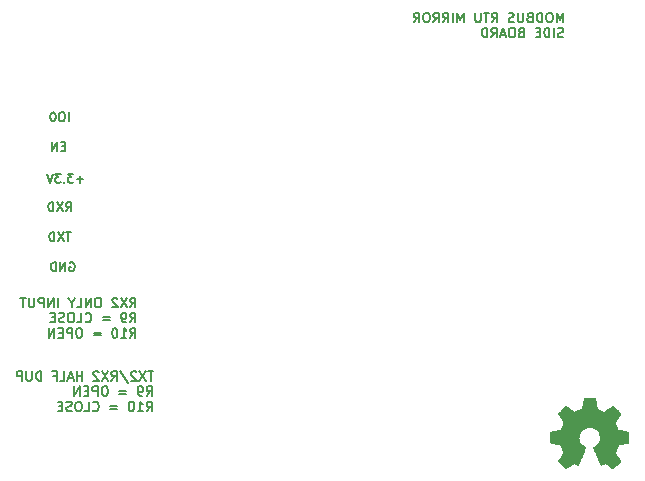
<source format=gbr>
%TF.GenerationSoftware,KiCad,Pcbnew,6.0.11-2627ca5db0~126~ubuntu20.04.1*%
%TF.CreationDate,2024-10-06T15:46:28-05:00*%
%TF.ProjectId,modbus_rtu_mirror_side_88x37x59mm,6d6f6462-7573-45f7-9274-755f6d697272,rev?*%
%TF.SameCoordinates,Original*%
%TF.FileFunction,Legend,Bot*%
%TF.FilePolarity,Positive*%
%FSLAX46Y46*%
G04 Gerber Fmt 4.6, Leading zero omitted, Abs format (unit mm)*
G04 Created by KiCad (PCBNEW 6.0.11-2627ca5db0~126~ubuntu20.04.1) date 2024-10-06 15:46:28*
%MOMM*%
%LPD*%
G01*
G04 APERTURE LIST*
%ADD10C,0.200000*%
%ADD11C,0.187500*%
%ADD12C,0.010000*%
G04 APERTURE END LIST*
D10*
X109712380Y-125565904D02*
X109979047Y-125184952D01*
X110169523Y-125565904D02*
X110169523Y-124765904D01*
X109864761Y-124765904D01*
X109788571Y-124804000D01*
X109750476Y-124842095D01*
X109712380Y-124918285D01*
X109712380Y-125032571D01*
X109750476Y-125108761D01*
X109788571Y-125146857D01*
X109864761Y-125184952D01*
X110169523Y-125184952D01*
X109445714Y-124765904D02*
X108912380Y-125565904D01*
X108912380Y-124765904D02*
X109445714Y-125565904D01*
X108645714Y-124842095D02*
X108607619Y-124804000D01*
X108531428Y-124765904D01*
X108340952Y-124765904D01*
X108264761Y-124804000D01*
X108226666Y-124842095D01*
X108188571Y-124918285D01*
X108188571Y-124994476D01*
X108226666Y-125108761D01*
X108683809Y-125565904D01*
X108188571Y-125565904D01*
X107083809Y-124765904D02*
X106931428Y-124765904D01*
X106855238Y-124804000D01*
X106779047Y-124880190D01*
X106740952Y-125032571D01*
X106740952Y-125299238D01*
X106779047Y-125451619D01*
X106855238Y-125527809D01*
X106931428Y-125565904D01*
X107083809Y-125565904D01*
X107160000Y-125527809D01*
X107236190Y-125451619D01*
X107274285Y-125299238D01*
X107274285Y-125032571D01*
X107236190Y-124880190D01*
X107160000Y-124804000D01*
X107083809Y-124765904D01*
X106398095Y-125565904D02*
X106398095Y-124765904D01*
X105940952Y-125565904D01*
X105940952Y-124765904D01*
X105179047Y-125565904D02*
X105560000Y-125565904D01*
X105560000Y-124765904D01*
X104760000Y-125184952D02*
X104760000Y-125565904D01*
X105026666Y-124765904D02*
X104760000Y-125184952D01*
X104493333Y-124765904D01*
X103617142Y-125565904D02*
X103617142Y-124765904D01*
X103236190Y-125565904D02*
X103236190Y-124765904D01*
X102779047Y-125565904D01*
X102779047Y-124765904D01*
X102398095Y-125565904D02*
X102398095Y-124765904D01*
X102093333Y-124765904D01*
X102017142Y-124804000D01*
X101979047Y-124842095D01*
X101940952Y-124918285D01*
X101940952Y-125032571D01*
X101979047Y-125108761D01*
X102017142Y-125146857D01*
X102093333Y-125184952D01*
X102398095Y-125184952D01*
X101598095Y-124765904D02*
X101598095Y-125413523D01*
X101560000Y-125489714D01*
X101521904Y-125527809D01*
X101445714Y-125565904D01*
X101293333Y-125565904D01*
X101217142Y-125527809D01*
X101179047Y-125489714D01*
X101140952Y-125413523D01*
X101140952Y-124765904D01*
X100874285Y-124765904D02*
X100417142Y-124765904D01*
X100645714Y-125565904D02*
X100645714Y-124765904D01*
X109712380Y-126853904D02*
X109979047Y-126472952D01*
X110169523Y-126853904D02*
X110169523Y-126053904D01*
X109864761Y-126053904D01*
X109788571Y-126092000D01*
X109750476Y-126130095D01*
X109712380Y-126206285D01*
X109712380Y-126320571D01*
X109750476Y-126396761D01*
X109788571Y-126434857D01*
X109864761Y-126472952D01*
X110169523Y-126472952D01*
X109331428Y-126853904D02*
X109179047Y-126853904D01*
X109102857Y-126815809D01*
X109064761Y-126777714D01*
X108988571Y-126663428D01*
X108950476Y-126511047D01*
X108950476Y-126206285D01*
X108988571Y-126130095D01*
X109026666Y-126092000D01*
X109102857Y-126053904D01*
X109255238Y-126053904D01*
X109331428Y-126092000D01*
X109369523Y-126130095D01*
X109407619Y-126206285D01*
X109407619Y-126396761D01*
X109369523Y-126472952D01*
X109331428Y-126511047D01*
X109255238Y-126549142D01*
X109102857Y-126549142D01*
X109026666Y-126511047D01*
X108988571Y-126472952D01*
X108950476Y-126396761D01*
X107998095Y-126434857D02*
X107388571Y-126434857D01*
X107388571Y-126663428D02*
X107998095Y-126663428D01*
X105940952Y-126777714D02*
X105979047Y-126815809D01*
X106093333Y-126853904D01*
X106169523Y-126853904D01*
X106283809Y-126815809D01*
X106360000Y-126739619D01*
X106398095Y-126663428D01*
X106436190Y-126511047D01*
X106436190Y-126396761D01*
X106398095Y-126244380D01*
X106360000Y-126168190D01*
X106283809Y-126092000D01*
X106169523Y-126053904D01*
X106093333Y-126053904D01*
X105979047Y-126092000D01*
X105940952Y-126130095D01*
X105217142Y-126853904D02*
X105598095Y-126853904D01*
X105598095Y-126053904D01*
X104798095Y-126053904D02*
X104645714Y-126053904D01*
X104569523Y-126092000D01*
X104493333Y-126168190D01*
X104455238Y-126320571D01*
X104455238Y-126587238D01*
X104493333Y-126739619D01*
X104569523Y-126815809D01*
X104645714Y-126853904D01*
X104798095Y-126853904D01*
X104874285Y-126815809D01*
X104950476Y-126739619D01*
X104988571Y-126587238D01*
X104988571Y-126320571D01*
X104950476Y-126168190D01*
X104874285Y-126092000D01*
X104798095Y-126053904D01*
X104150476Y-126815809D02*
X104036190Y-126853904D01*
X103845714Y-126853904D01*
X103769523Y-126815809D01*
X103731428Y-126777714D01*
X103693333Y-126701523D01*
X103693333Y-126625333D01*
X103731428Y-126549142D01*
X103769523Y-126511047D01*
X103845714Y-126472952D01*
X103998095Y-126434857D01*
X104074285Y-126396761D01*
X104112380Y-126358666D01*
X104150476Y-126282476D01*
X104150476Y-126206285D01*
X104112380Y-126130095D01*
X104074285Y-126092000D01*
X103998095Y-126053904D01*
X103807619Y-126053904D01*
X103693333Y-126092000D01*
X103350476Y-126434857D02*
X103083809Y-126434857D01*
X102969523Y-126853904D02*
X103350476Y-126853904D01*
X103350476Y-126053904D01*
X102969523Y-126053904D01*
X109712380Y-128141904D02*
X109979047Y-127760952D01*
X110169523Y-128141904D02*
X110169523Y-127341904D01*
X109864761Y-127341904D01*
X109788571Y-127380000D01*
X109750476Y-127418095D01*
X109712380Y-127494285D01*
X109712380Y-127608571D01*
X109750476Y-127684761D01*
X109788571Y-127722857D01*
X109864761Y-127760952D01*
X110169523Y-127760952D01*
X108950476Y-128141904D02*
X109407619Y-128141904D01*
X109179047Y-128141904D02*
X109179047Y-127341904D01*
X109255238Y-127456190D01*
X109331428Y-127532380D01*
X109407619Y-127570476D01*
X108455238Y-127341904D02*
X108379047Y-127341904D01*
X108302857Y-127380000D01*
X108264761Y-127418095D01*
X108226666Y-127494285D01*
X108188571Y-127646666D01*
X108188571Y-127837142D01*
X108226666Y-127989523D01*
X108264761Y-128065714D01*
X108302857Y-128103809D01*
X108379047Y-128141904D01*
X108455238Y-128141904D01*
X108531428Y-128103809D01*
X108569523Y-128065714D01*
X108607619Y-127989523D01*
X108645714Y-127837142D01*
X108645714Y-127646666D01*
X108607619Y-127494285D01*
X108569523Y-127418095D01*
X108531428Y-127380000D01*
X108455238Y-127341904D01*
X107236190Y-127722857D02*
X106626666Y-127722857D01*
X106626666Y-127951428D02*
X107236190Y-127951428D01*
X105483809Y-127341904D02*
X105331428Y-127341904D01*
X105255238Y-127380000D01*
X105179047Y-127456190D01*
X105140952Y-127608571D01*
X105140952Y-127875238D01*
X105179047Y-128027619D01*
X105255238Y-128103809D01*
X105331428Y-128141904D01*
X105483809Y-128141904D01*
X105560000Y-128103809D01*
X105636190Y-128027619D01*
X105674285Y-127875238D01*
X105674285Y-127608571D01*
X105636190Y-127456190D01*
X105560000Y-127380000D01*
X105483809Y-127341904D01*
X104798095Y-128141904D02*
X104798095Y-127341904D01*
X104493333Y-127341904D01*
X104417142Y-127380000D01*
X104379047Y-127418095D01*
X104340952Y-127494285D01*
X104340952Y-127608571D01*
X104379047Y-127684761D01*
X104417142Y-127722857D01*
X104493333Y-127760952D01*
X104798095Y-127760952D01*
X103998095Y-127722857D02*
X103731428Y-127722857D01*
X103617142Y-128141904D02*
X103998095Y-128141904D01*
X103998095Y-127341904D01*
X103617142Y-127341904D01*
X103274285Y-128141904D02*
X103274285Y-127341904D01*
X102817142Y-128141904D01*
X102817142Y-127341904D01*
D11*
X104259000Y-117433285D02*
X104509000Y-117076142D01*
X104687571Y-117433285D02*
X104687571Y-116683285D01*
X104401857Y-116683285D01*
X104330428Y-116719000D01*
X104294714Y-116754714D01*
X104259000Y-116826142D01*
X104259000Y-116933285D01*
X104294714Y-117004714D01*
X104330428Y-117040428D01*
X104401857Y-117076142D01*
X104687571Y-117076142D01*
X104009000Y-116683285D02*
X103509000Y-117433285D01*
X103509000Y-116683285D02*
X104009000Y-117433285D01*
X103223285Y-117433285D02*
X103223285Y-116683285D01*
X103044714Y-116683285D01*
X102937571Y-116719000D01*
X102866142Y-116790428D01*
X102830428Y-116861857D01*
X102794714Y-117004714D01*
X102794714Y-117111857D01*
X102830428Y-117254714D01*
X102866142Y-117326142D01*
X102937571Y-117397571D01*
X103044714Y-117433285D01*
X103223285Y-117433285D01*
D10*
X111680809Y-130988904D02*
X111223666Y-130988904D01*
X111452238Y-131788904D02*
X111452238Y-130988904D01*
X111033190Y-130988904D02*
X110499857Y-131788904D01*
X110499857Y-130988904D02*
X111033190Y-131788904D01*
X110233190Y-131065095D02*
X110195095Y-131027000D01*
X110118904Y-130988904D01*
X109928428Y-130988904D01*
X109852238Y-131027000D01*
X109814142Y-131065095D01*
X109776047Y-131141285D01*
X109776047Y-131217476D01*
X109814142Y-131331761D01*
X110271285Y-131788904D01*
X109776047Y-131788904D01*
X108861761Y-130950809D02*
X109547476Y-131979380D01*
X108137952Y-131788904D02*
X108404619Y-131407952D01*
X108595095Y-131788904D02*
X108595095Y-130988904D01*
X108290333Y-130988904D01*
X108214142Y-131027000D01*
X108176047Y-131065095D01*
X108137952Y-131141285D01*
X108137952Y-131255571D01*
X108176047Y-131331761D01*
X108214142Y-131369857D01*
X108290333Y-131407952D01*
X108595095Y-131407952D01*
X107871285Y-130988904D02*
X107337952Y-131788904D01*
X107337952Y-130988904D02*
X107871285Y-131788904D01*
X107071285Y-131065095D02*
X107033190Y-131027000D01*
X106957000Y-130988904D01*
X106766523Y-130988904D01*
X106690333Y-131027000D01*
X106652238Y-131065095D01*
X106614142Y-131141285D01*
X106614142Y-131217476D01*
X106652238Y-131331761D01*
X107109380Y-131788904D01*
X106614142Y-131788904D01*
X105661761Y-131788904D02*
X105661761Y-130988904D01*
X105661761Y-131369857D02*
X105204619Y-131369857D01*
X105204619Y-131788904D02*
X105204619Y-130988904D01*
X104861761Y-131560333D02*
X104480809Y-131560333D01*
X104937952Y-131788904D02*
X104671285Y-130988904D01*
X104404619Y-131788904D01*
X103757000Y-131788904D02*
X104137952Y-131788904D01*
X104137952Y-130988904D01*
X103223666Y-131369857D02*
X103490333Y-131369857D01*
X103490333Y-131788904D02*
X103490333Y-130988904D01*
X103109380Y-130988904D01*
X102195095Y-131788904D02*
X102195095Y-130988904D01*
X102004619Y-130988904D01*
X101890333Y-131027000D01*
X101814142Y-131103190D01*
X101776047Y-131179380D01*
X101737952Y-131331761D01*
X101737952Y-131446047D01*
X101776047Y-131598428D01*
X101814142Y-131674619D01*
X101890333Y-131750809D01*
X102004619Y-131788904D01*
X102195095Y-131788904D01*
X101395095Y-130988904D02*
X101395095Y-131636523D01*
X101357000Y-131712714D01*
X101318904Y-131750809D01*
X101242714Y-131788904D01*
X101090333Y-131788904D01*
X101014142Y-131750809D01*
X100976047Y-131712714D01*
X100937952Y-131636523D01*
X100937952Y-130988904D01*
X100557000Y-131788904D02*
X100557000Y-130988904D01*
X100252238Y-130988904D01*
X100176047Y-131027000D01*
X100137952Y-131065095D01*
X100099857Y-131141285D01*
X100099857Y-131255571D01*
X100137952Y-131331761D01*
X100176047Y-131369857D01*
X100252238Y-131407952D01*
X100557000Y-131407952D01*
X111109380Y-133076904D02*
X111376047Y-132695952D01*
X111566523Y-133076904D02*
X111566523Y-132276904D01*
X111261761Y-132276904D01*
X111185571Y-132315000D01*
X111147476Y-132353095D01*
X111109380Y-132429285D01*
X111109380Y-132543571D01*
X111147476Y-132619761D01*
X111185571Y-132657857D01*
X111261761Y-132695952D01*
X111566523Y-132695952D01*
X110728428Y-133076904D02*
X110576047Y-133076904D01*
X110499857Y-133038809D01*
X110461761Y-133000714D01*
X110385571Y-132886428D01*
X110347476Y-132734047D01*
X110347476Y-132429285D01*
X110385571Y-132353095D01*
X110423666Y-132315000D01*
X110499857Y-132276904D01*
X110652238Y-132276904D01*
X110728428Y-132315000D01*
X110766523Y-132353095D01*
X110804619Y-132429285D01*
X110804619Y-132619761D01*
X110766523Y-132695952D01*
X110728428Y-132734047D01*
X110652238Y-132772142D01*
X110499857Y-132772142D01*
X110423666Y-132734047D01*
X110385571Y-132695952D01*
X110347476Y-132619761D01*
X109395095Y-132657857D02*
X108785571Y-132657857D01*
X108785571Y-132886428D02*
X109395095Y-132886428D01*
X107642714Y-132276904D02*
X107490333Y-132276904D01*
X107414142Y-132315000D01*
X107337952Y-132391190D01*
X107299857Y-132543571D01*
X107299857Y-132810238D01*
X107337952Y-132962619D01*
X107414142Y-133038809D01*
X107490333Y-133076904D01*
X107642714Y-133076904D01*
X107718904Y-133038809D01*
X107795095Y-132962619D01*
X107833190Y-132810238D01*
X107833190Y-132543571D01*
X107795095Y-132391190D01*
X107718904Y-132315000D01*
X107642714Y-132276904D01*
X106957000Y-133076904D02*
X106957000Y-132276904D01*
X106652238Y-132276904D01*
X106576047Y-132315000D01*
X106537952Y-132353095D01*
X106499857Y-132429285D01*
X106499857Y-132543571D01*
X106537952Y-132619761D01*
X106576047Y-132657857D01*
X106652238Y-132695952D01*
X106957000Y-132695952D01*
X106157000Y-132657857D02*
X105890333Y-132657857D01*
X105776047Y-133076904D02*
X106157000Y-133076904D01*
X106157000Y-132276904D01*
X105776047Y-132276904D01*
X105433190Y-133076904D02*
X105433190Y-132276904D01*
X104976047Y-133076904D01*
X104976047Y-132276904D01*
X111109380Y-134364904D02*
X111376047Y-133983952D01*
X111566523Y-134364904D02*
X111566523Y-133564904D01*
X111261761Y-133564904D01*
X111185571Y-133603000D01*
X111147476Y-133641095D01*
X111109380Y-133717285D01*
X111109380Y-133831571D01*
X111147476Y-133907761D01*
X111185571Y-133945857D01*
X111261761Y-133983952D01*
X111566523Y-133983952D01*
X110347476Y-134364904D02*
X110804619Y-134364904D01*
X110576047Y-134364904D02*
X110576047Y-133564904D01*
X110652238Y-133679190D01*
X110728428Y-133755380D01*
X110804619Y-133793476D01*
X109852238Y-133564904D02*
X109776047Y-133564904D01*
X109699857Y-133603000D01*
X109661761Y-133641095D01*
X109623666Y-133717285D01*
X109585571Y-133869666D01*
X109585571Y-134060142D01*
X109623666Y-134212523D01*
X109661761Y-134288714D01*
X109699857Y-134326809D01*
X109776047Y-134364904D01*
X109852238Y-134364904D01*
X109928428Y-134326809D01*
X109966523Y-134288714D01*
X110004619Y-134212523D01*
X110042714Y-134060142D01*
X110042714Y-133869666D01*
X110004619Y-133717285D01*
X109966523Y-133641095D01*
X109928428Y-133603000D01*
X109852238Y-133564904D01*
X108633190Y-133945857D02*
X108023666Y-133945857D01*
X108023666Y-134174428D02*
X108633190Y-134174428D01*
X106576047Y-134288714D02*
X106614142Y-134326809D01*
X106728428Y-134364904D01*
X106804619Y-134364904D01*
X106918904Y-134326809D01*
X106995095Y-134250619D01*
X107033190Y-134174428D01*
X107071285Y-134022047D01*
X107071285Y-133907761D01*
X107033190Y-133755380D01*
X106995095Y-133679190D01*
X106918904Y-133603000D01*
X106804619Y-133564904D01*
X106728428Y-133564904D01*
X106614142Y-133603000D01*
X106576047Y-133641095D01*
X105852238Y-134364904D02*
X106233190Y-134364904D01*
X106233190Y-133564904D01*
X105433190Y-133564904D02*
X105280809Y-133564904D01*
X105204619Y-133603000D01*
X105128428Y-133679190D01*
X105090333Y-133831571D01*
X105090333Y-134098238D01*
X105128428Y-134250619D01*
X105204619Y-134326809D01*
X105280809Y-134364904D01*
X105433190Y-134364904D01*
X105509380Y-134326809D01*
X105585571Y-134250619D01*
X105623666Y-134098238D01*
X105623666Y-133831571D01*
X105585571Y-133679190D01*
X105509380Y-133603000D01*
X105433190Y-133564904D01*
X104785571Y-134326809D02*
X104671285Y-134364904D01*
X104480809Y-134364904D01*
X104404619Y-134326809D01*
X104366523Y-134288714D01*
X104328428Y-134212523D01*
X104328428Y-134136333D01*
X104366523Y-134060142D01*
X104404619Y-134022047D01*
X104480809Y-133983952D01*
X104633190Y-133945857D01*
X104709380Y-133907761D01*
X104747476Y-133869666D01*
X104785571Y-133793476D01*
X104785571Y-133717285D01*
X104747476Y-133641095D01*
X104709380Y-133603000D01*
X104633190Y-133564904D01*
X104442714Y-133564904D01*
X104328428Y-133603000D01*
X103985571Y-133945857D02*
X103718904Y-133945857D01*
X103604619Y-134364904D02*
X103985571Y-134364904D01*
X103985571Y-133564904D01*
X103604619Y-133564904D01*
D11*
X105767000Y-114734571D02*
X105195571Y-114734571D01*
X105481285Y-115020285D02*
X105481285Y-114448857D01*
X104909857Y-114270285D02*
X104445571Y-114270285D01*
X104695571Y-114556000D01*
X104588428Y-114556000D01*
X104517000Y-114591714D01*
X104481285Y-114627428D01*
X104445571Y-114698857D01*
X104445571Y-114877428D01*
X104481285Y-114948857D01*
X104517000Y-114984571D01*
X104588428Y-115020285D01*
X104802714Y-115020285D01*
X104874142Y-114984571D01*
X104909857Y-114948857D01*
X104124142Y-114948857D02*
X104088428Y-114984571D01*
X104124142Y-115020285D01*
X104159857Y-114984571D01*
X104124142Y-114948857D01*
X104124142Y-115020285D01*
X103838428Y-114270285D02*
X103374142Y-114270285D01*
X103624142Y-114556000D01*
X103517000Y-114556000D01*
X103445571Y-114591714D01*
X103409857Y-114627428D01*
X103374142Y-114698857D01*
X103374142Y-114877428D01*
X103409857Y-114948857D01*
X103445571Y-114984571D01*
X103517000Y-115020285D01*
X103731285Y-115020285D01*
X103802714Y-114984571D01*
X103838428Y-114948857D01*
X103159857Y-114270285D02*
X102909857Y-115020285D01*
X102659857Y-114270285D01*
X104509000Y-109813285D02*
X104509000Y-109063285D01*
X104009000Y-109063285D02*
X103866142Y-109063285D01*
X103794714Y-109099000D01*
X103723285Y-109170428D01*
X103687571Y-109313285D01*
X103687571Y-109563285D01*
X103723285Y-109706142D01*
X103794714Y-109777571D01*
X103866142Y-109813285D01*
X104009000Y-109813285D01*
X104080428Y-109777571D01*
X104151857Y-109706142D01*
X104187571Y-109563285D01*
X104187571Y-109313285D01*
X104151857Y-109170428D01*
X104080428Y-109099000D01*
X104009000Y-109063285D01*
X103223285Y-109063285D02*
X103151857Y-109063285D01*
X103080428Y-109099000D01*
X103044714Y-109134714D01*
X103009000Y-109206142D01*
X102973285Y-109349000D01*
X102973285Y-109527571D01*
X103009000Y-109670428D01*
X103044714Y-109741857D01*
X103080428Y-109777571D01*
X103151857Y-109813285D01*
X103223285Y-109813285D01*
X103294714Y-109777571D01*
X103330428Y-109741857D01*
X103366142Y-109670428D01*
X103401857Y-109527571D01*
X103401857Y-109349000D01*
X103366142Y-109206142D01*
X103330428Y-109134714D01*
X103294714Y-109099000D01*
X103223285Y-109063285D01*
X104584428Y-121799000D02*
X104655857Y-121763285D01*
X104763000Y-121763285D01*
X104870142Y-121799000D01*
X104941571Y-121870428D01*
X104977285Y-121941857D01*
X105013000Y-122084714D01*
X105013000Y-122191857D01*
X104977285Y-122334714D01*
X104941571Y-122406142D01*
X104870142Y-122477571D01*
X104763000Y-122513285D01*
X104691571Y-122513285D01*
X104584428Y-122477571D01*
X104548714Y-122441857D01*
X104548714Y-122191857D01*
X104691571Y-122191857D01*
X104227285Y-122513285D02*
X104227285Y-121763285D01*
X103798714Y-122513285D01*
X103798714Y-121763285D01*
X103441571Y-122513285D02*
X103441571Y-121763285D01*
X103263000Y-121763285D01*
X103155857Y-121799000D01*
X103084428Y-121870428D01*
X103048714Y-121941857D01*
X103013000Y-122084714D01*
X103013000Y-122191857D01*
X103048714Y-122334714D01*
X103084428Y-122406142D01*
X103155857Y-122477571D01*
X103263000Y-122513285D01*
X103441571Y-122513285D01*
X104185571Y-111960428D02*
X103935571Y-111960428D01*
X103828428Y-112353285D02*
X104185571Y-112353285D01*
X104185571Y-111603285D01*
X103828428Y-111603285D01*
X103507000Y-112353285D02*
X103507000Y-111603285D01*
X103078428Y-112353285D01*
X103078428Y-111603285D01*
X104705428Y-119223285D02*
X104276857Y-119223285D01*
X104491142Y-119973285D02*
X104491142Y-119223285D01*
X104098285Y-119223285D02*
X103598285Y-119973285D01*
X103598285Y-119223285D02*
X104098285Y-119973285D01*
X103312571Y-119973285D02*
X103312571Y-119223285D01*
X103134000Y-119223285D01*
X103026857Y-119259000D01*
X102955428Y-119330428D01*
X102919714Y-119401857D01*
X102884000Y-119544714D01*
X102884000Y-119651857D01*
X102919714Y-119794714D01*
X102955428Y-119866142D01*
X103026857Y-119937571D01*
X103134000Y-119973285D01*
X103312571Y-119973285D01*
D10*
X146364523Y-101444904D02*
X146364523Y-100644904D01*
X146097857Y-101216333D01*
X145831190Y-100644904D01*
X145831190Y-101444904D01*
X145297857Y-100644904D02*
X145145476Y-100644904D01*
X145069285Y-100683000D01*
X144993095Y-100759190D01*
X144955000Y-100911571D01*
X144955000Y-101178238D01*
X144993095Y-101330619D01*
X145069285Y-101406809D01*
X145145476Y-101444904D01*
X145297857Y-101444904D01*
X145374047Y-101406809D01*
X145450238Y-101330619D01*
X145488333Y-101178238D01*
X145488333Y-100911571D01*
X145450238Y-100759190D01*
X145374047Y-100683000D01*
X145297857Y-100644904D01*
X144612142Y-101444904D02*
X144612142Y-100644904D01*
X144421666Y-100644904D01*
X144307380Y-100683000D01*
X144231190Y-100759190D01*
X144193095Y-100835380D01*
X144155000Y-100987761D01*
X144155000Y-101102047D01*
X144193095Y-101254428D01*
X144231190Y-101330619D01*
X144307380Y-101406809D01*
X144421666Y-101444904D01*
X144612142Y-101444904D01*
X143545476Y-101025857D02*
X143431190Y-101063952D01*
X143393095Y-101102047D01*
X143355000Y-101178238D01*
X143355000Y-101292523D01*
X143393095Y-101368714D01*
X143431190Y-101406809D01*
X143507380Y-101444904D01*
X143812142Y-101444904D01*
X143812142Y-100644904D01*
X143545476Y-100644904D01*
X143469285Y-100683000D01*
X143431190Y-100721095D01*
X143393095Y-100797285D01*
X143393095Y-100873476D01*
X143431190Y-100949666D01*
X143469285Y-100987761D01*
X143545476Y-101025857D01*
X143812142Y-101025857D01*
X143012142Y-100644904D02*
X143012142Y-101292523D01*
X142974047Y-101368714D01*
X142935952Y-101406809D01*
X142859761Y-101444904D01*
X142707380Y-101444904D01*
X142631190Y-101406809D01*
X142593095Y-101368714D01*
X142555000Y-101292523D01*
X142555000Y-100644904D01*
X142212142Y-101406809D02*
X142097857Y-101444904D01*
X141907380Y-101444904D01*
X141831190Y-101406809D01*
X141793095Y-101368714D01*
X141755000Y-101292523D01*
X141755000Y-101216333D01*
X141793095Y-101140142D01*
X141831190Y-101102047D01*
X141907380Y-101063952D01*
X142059761Y-101025857D01*
X142135952Y-100987761D01*
X142174047Y-100949666D01*
X142212142Y-100873476D01*
X142212142Y-100797285D01*
X142174047Y-100721095D01*
X142135952Y-100683000D01*
X142059761Y-100644904D01*
X141869285Y-100644904D01*
X141755000Y-100683000D01*
X140345476Y-101444904D02*
X140612142Y-101063952D01*
X140802619Y-101444904D02*
X140802619Y-100644904D01*
X140497857Y-100644904D01*
X140421666Y-100683000D01*
X140383571Y-100721095D01*
X140345476Y-100797285D01*
X140345476Y-100911571D01*
X140383571Y-100987761D01*
X140421666Y-101025857D01*
X140497857Y-101063952D01*
X140802619Y-101063952D01*
X140116904Y-100644904D02*
X139659761Y-100644904D01*
X139888333Y-101444904D02*
X139888333Y-100644904D01*
X139393095Y-100644904D02*
X139393095Y-101292523D01*
X139355000Y-101368714D01*
X139316904Y-101406809D01*
X139240714Y-101444904D01*
X139088333Y-101444904D01*
X139012142Y-101406809D01*
X138974047Y-101368714D01*
X138935952Y-101292523D01*
X138935952Y-100644904D01*
X137945476Y-101444904D02*
X137945476Y-100644904D01*
X137678809Y-101216333D01*
X137412142Y-100644904D01*
X137412142Y-101444904D01*
X137031190Y-101444904D02*
X137031190Y-100644904D01*
X136193095Y-101444904D02*
X136459761Y-101063952D01*
X136650238Y-101444904D02*
X136650238Y-100644904D01*
X136345476Y-100644904D01*
X136269285Y-100683000D01*
X136231190Y-100721095D01*
X136193095Y-100797285D01*
X136193095Y-100911571D01*
X136231190Y-100987761D01*
X136269285Y-101025857D01*
X136345476Y-101063952D01*
X136650238Y-101063952D01*
X135393095Y-101444904D02*
X135659761Y-101063952D01*
X135850238Y-101444904D02*
X135850238Y-100644904D01*
X135545476Y-100644904D01*
X135469285Y-100683000D01*
X135431190Y-100721095D01*
X135393095Y-100797285D01*
X135393095Y-100911571D01*
X135431190Y-100987761D01*
X135469285Y-101025857D01*
X135545476Y-101063952D01*
X135850238Y-101063952D01*
X134897857Y-100644904D02*
X134745476Y-100644904D01*
X134669285Y-100683000D01*
X134593095Y-100759190D01*
X134555000Y-100911571D01*
X134555000Y-101178238D01*
X134593095Y-101330619D01*
X134669285Y-101406809D01*
X134745476Y-101444904D01*
X134897857Y-101444904D01*
X134974047Y-101406809D01*
X135050238Y-101330619D01*
X135088333Y-101178238D01*
X135088333Y-100911571D01*
X135050238Y-100759190D01*
X134974047Y-100683000D01*
X134897857Y-100644904D01*
X133754999Y-101444904D02*
X134021666Y-101063952D01*
X134212142Y-101444904D02*
X134212142Y-100644904D01*
X133907380Y-100644904D01*
X133831190Y-100683000D01*
X133793095Y-100721095D01*
X133754999Y-100797285D01*
X133754999Y-100911571D01*
X133793095Y-100987761D01*
X133831190Y-101025857D01*
X133907380Y-101063952D01*
X134212142Y-101063952D01*
X146402619Y-102694809D02*
X146288333Y-102732904D01*
X146097857Y-102732904D01*
X146021666Y-102694809D01*
X145983571Y-102656714D01*
X145945476Y-102580523D01*
X145945476Y-102504333D01*
X145983571Y-102428142D01*
X146021666Y-102390047D01*
X146097857Y-102351952D01*
X146250238Y-102313857D01*
X146326428Y-102275761D01*
X146364523Y-102237666D01*
X146402619Y-102161476D01*
X146402619Y-102085285D01*
X146364523Y-102009095D01*
X146326428Y-101971000D01*
X146250238Y-101932904D01*
X146059761Y-101932904D01*
X145945476Y-101971000D01*
X145602619Y-102732904D02*
X145602619Y-101932904D01*
X145221666Y-102732904D02*
X145221666Y-101932904D01*
X145031190Y-101932904D01*
X144916904Y-101971000D01*
X144840714Y-102047190D01*
X144802619Y-102123380D01*
X144764523Y-102275761D01*
X144764523Y-102390047D01*
X144802619Y-102542428D01*
X144840714Y-102618619D01*
X144916904Y-102694809D01*
X145031190Y-102732904D01*
X145221666Y-102732904D01*
X144421666Y-102313857D02*
X144155000Y-102313857D01*
X144040714Y-102732904D02*
X144421666Y-102732904D01*
X144421666Y-101932904D01*
X144040714Y-101932904D01*
X142821666Y-102313857D02*
X142707380Y-102351952D01*
X142669285Y-102390047D01*
X142631190Y-102466238D01*
X142631190Y-102580523D01*
X142669285Y-102656714D01*
X142707380Y-102694809D01*
X142783571Y-102732904D01*
X143088333Y-102732904D01*
X143088333Y-101932904D01*
X142821666Y-101932904D01*
X142745476Y-101971000D01*
X142707380Y-102009095D01*
X142669285Y-102085285D01*
X142669285Y-102161476D01*
X142707380Y-102237666D01*
X142745476Y-102275761D01*
X142821666Y-102313857D01*
X143088333Y-102313857D01*
X142135952Y-101932904D02*
X141983571Y-101932904D01*
X141907380Y-101971000D01*
X141831190Y-102047190D01*
X141793095Y-102199571D01*
X141793095Y-102466238D01*
X141831190Y-102618619D01*
X141907380Y-102694809D01*
X141983571Y-102732904D01*
X142135952Y-102732904D01*
X142212142Y-102694809D01*
X142288333Y-102618619D01*
X142326428Y-102466238D01*
X142326428Y-102199571D01*
X142288333Y-102047190D01*
X142212142Y-101971000D01*
X142135952Y-101932904D01*
X141488333Y-102504333D02*
X141107380Y-102504333D01*
X141564523Y-102732904D02*
X141297857Y-101932904D01*
X141031190Y-102732904D01*
X140307380Y-102732904D02*
X140574047Y-102351952D01*
X140764523Y-102732904D02*
X140764523Y-101932904D01*
X140459761Y-101932904D01*
X140383571Y-101971000D01*
X140345476Y-102009095D01*
X140307380Y-102085285D01*
X140307380Y-102199571D01*
X140345476Y-102275761D01*
X140383571Y-102313857D01*
X140459761Y-102351952D01*
X140764523Y-102351952D01*
X139964523Y-102732904D02*
X139964523Y-101932904D01*
X139774047Y-101932904D01*
X139659761Y-101971000D01*
X139583571Y-102047190D01*
X139545476Y-102123380D01*
X139507380Y-102275761D01*
X139507380Y-102390047D01*
X139545476Y-102542428D01*
X139583571Y-102618619D01*
X139659761Y-102694809D01*
X139774047Y-102732904D01*
X139964523Y-102732904D01*
%TO.C,REF\u002A\u002A*%
G36*
X149127275Y-133739931D02*
G01*
X149211095Y-134184555D01*
X149829667Y-134439551D01*
X150200707Y-134187246D01*
X150274144Y-134137506D01*
X150371499Y-134072218D01*
X150455787Y-134016454D01*
X150522631Y-133973078D01*
X150567654Y-133944953D01*
X150586478Y-133934942D01*
X150598039Y-133942061D01*
X150632596Y-133971894D01*
X150684894Y-134020852D01*
X150750500Y-134084440D01*
X150824983Y-134158163D01*
X150903913Y-134237525D01*
X150982856Y-134318031D01*
X151057384Y-134395185D01*
X151123063Y-134464493D01*
X151175463Y-134521457D01*
X151210153Y-134561584D01*
X151222701Y-134580377D01*
X151219782Y-134588451D01*
X151199571Y-134624469D01*
X151162663Y-134683744D01*
X151112050Y-134761630D01*
X151050725Y-134853481D01*
X150981679Y-134954650D01*
X150943787Y-135009826D01*
X150878606Y-135105884D01*
X150822723Y-135189717D01*
X150779117Y-135256777D01*
X150750769Y-135302519D01*
X150740657Y-135322396D01*
X150740823Y-135323497D01*
X150749743Y-135348694D01*
X150770206Y-135400147D01*
X150799360Y-135471135D01*
X150834353Y-135554935D01*
X150872332Y-135644828D01*
X150910445Y-135734091D01*
X150945839Y-135816003D01*
X150975662Y-135883843D01*
X150997061Y-135930890D01*
X151007184Y-135950422D01*
X151013174Y-135952155D01*
X151049566Y-135959969D01*
X151114427Y-135972915D01*
X151202565Y-135989979D01*
X151308787Y-136010151D01*
X151427902Y-136032418D01*
X151490683Y-136044223D01*
X151605912Y-136066748D01*
X151706662Y-136087550D01*
X151787426Y-136105435D01*
X151842698Y-136119208D01*
X151866971Y-136127674D01*
X151871331Y-136136066D01*
X151878563Y-136177072D01*
X151884246Y-136245368D01*
X151888382Y-136334529D01*
X151890977Y-136438128D01*
X151892036Y-136549740D01*
X151891561Y-136662938D01*
X151889559Y-136771296D01*
X151886033Y-136868389D01*
X151880987Y-136947790D01*
X151874427Y-137003072D01*
X151866356Y-137027810D01*
X151861458Y-137030600D01*
X151824930Y-137042569D01*
X151761565Y-137058405D01*
X151678686Y-137076374D01*
X151583618Y-137094741D01*
X151551542Y-137100591D01*
X151403393Y-137127798D01*
X151286961Y-137149663D01*
X151198209Y-137167093D01*
X151133103Y-137180996D01*
X151087606Y-137192277D01*
X151057682Y-137201843D01*
X151039294Y-137210601D01*
X151028407Y-137219457D01*
X151027142Y-137220943D01*
X151009338Y-137251931D01*
X150982994Y-137308634D01*
X150950661Y-137384399D01*
X150914893Y-137472574D01*
X150878244Y-137566507D01*
X150843266Y-137659547D01*
X150812513Y-137745041D01*
X150788538Y-137816336D01*
X150773895Y-137866782D01*
X150771136Y-137889726D01*
X150772981Y-137892703D01*
X150792075Y-137921493D01*
X150827984Y-137974595D01*
X150877378Y-138047117D01*
X150936927Y-138134167D01*
X151003303Y-138230854D01*
X151021520Y-138257456D01*
X151085577Y-138352875D01*
X151140937Y-138438212D01*
X151184439Y-138508405D01*
X151212924Y-138558394D01*
X151223232Y-138583116D01*
X151221011Y-138589616D01*
X151197858Y-138621644D01*
X151152177Y-138673945D01*
X151087241Y-138742999D01*
X151006319Y-138825286D01*
X150912685Y-138917286D01*
X150859165Y-138968781D01*
X150774542Y-139048983D01*
X150700475Y-139117678D01*
X150640941Y-139171252D01*
X150599917Y-139206085D01*
X150581381Y-139218563D01*
X150568646Y-139213938D01*
X150529436Y-139192057D01*
X150472495Y-139156273D01*
X150405250Y-139111117D01*
X150357438Y-139078165D01*
X150261985Y-139012727D01*
X150160125Y-138943228D01*
X150067088Y-138880075D01*
X149884832Y-138756800D01*
X149731841Y-138839520D01*
X149695817Y-138858613D01*
X149630303Y-138891272D01*
X149579640Y-138913819D01*
X149552564Y-138922226D01*
X149543703Y-138911430D01*
X149521699Y-138870323D01*
X149489199Y-138802549D01*
X149448010Y-138712409D01*
X149399942Y-138604205D01*
X149346802Y-138482237D01*
X149290399Y-138350808D01*
X149232542Y-138214218D01*
X149175038Y-138076767D01*
X149119697Y-137942758D01*
X149068326Y-137816491D01*
X149022735Y-137702268D01*
X148984732Y-137604390D01*
X148956124Y-137527157D01*
X148938721Y-137474871D01*
X148934331Y-137451833D01*
X148934628Y-137451160D01*
X148955077Y-137429863D01*
X148997850Y-137396508D01*
X149054117Y-137358011D01*
X149071877Y-137346256D01*
X149207014Y-137234735D01*
X149318856Y-137101906D01*
X149404755Y-136953298D01*
X149462062Y-136794440D01*
X149488131Y-136630860D01*
X149480313Y-136468088D01*
X149448644Y-136323315D01*
X149391782Y-136177124D01*
X149308888Y-136046703D01*
X149195131Y-135922813D01*
X149150433Y-135883235D01*
X149005935Y-135785723D01*
X148849838Y-135720050D01*
X148686667Y-135685630D01*
X148520943Y-135681874D01*
X148357192Y-135708194D01*
X148199936Y-135764003D01*
X148053698Y-135848714D01*
X147923004Y-135961737D01*
X147812374Y-136102487D01*
X147791105Y-136137342D01*
X147718810Y-136296655D01*
X147680415Y-136462552D01*
X147674914Y-136630737D01*
X147701301Y-136796913D01*
X147758570Y-136956784D01*
X147845717Y-137106053D01*
X147961736Y-137240423D01*
X148105622Y-137355599D01*
X148110294Y-137358702D01*
X148165964Y-137397933D01*
X148207689Y-137431286D01*
X148226746Y-137451833D01*
X148224342Y-137467941D01*
X148209391Y-137514844D01*
X148182881Y-137587539D01*
X148146620Y-137681725D01*
X148102416Y-137793098D01*
X148052076Y-137917358D01*
X147997407Y-138050202D01*
X147940218Y-138187327D01*
X147882316Y-138324432D01*
X147825510Y-138457215D01*
X147771606Y-138581374D01*
X147722412Y-138692606D01*
X147679737Y-138786609D01*
X147645387Y-138859082D01*
X147621171Y-138905722D01*
X147608897Y-138922226D01*
X147598689Y-138919991D01*
X147558586Y-138903926D01*
X147499318Y-138875759D01*
X147429619Y-138839520D01*
X147276629Y-138756800D01*
X147094373Y-138880075D01*
X147040527Y-138916579D01*
X146940374Y-138984784D01*
X146840525Y-139053098D01*
X146756211Y-139111117D01*
X146709679Y-139142736D01*
X146649200Y-139182020D01*
X146604357Y-139208912D01*
X146582455Y-139218883D01*
X146573045Y-139214650D01*
X146539031Y-139188721D01*
X146486595Y-139143070D01*
X146420301Y-139082186D01*
X146344713Y-139010561D01*
X146264396Y-138932683D01*
X146183913Y-138853045D01*
X146107829Y-138776135D01*
X146040707Y-138706445D01*
X145987112Y-138648464D01*
X145951608Y-138606684D01*
X145938759Y-138585593D01*
X145939500Y-138581581D01*
X145954793Y-138548920D01*
X145987462Y-138492412D01*
X146034350Y-138417163D01*
X146092301Y-138328275D01*
X146158157Y-138230854D01*
X146176627Y-138203982D01*
X146241482Y-138109423D01*
X146298609Y-138025827D01*
X146344678Y-137958084D01*
X146376359Y-137911086D01*
X146390324Y-137889726D01*
X146390668Y-137888811D01*
X146386546Y-137862678D01*
X146370807Y-137809740D01*
X146346004Y-137736647D01*
X146314689Y-137650052D01*
X146279417Y-137556608D01*
X146242740Y-137462965D01*
X146207212Y-137375777D01*
X146175386Y-137301695D01*
X146149816Y-137247371D01*
X146133053Y-137219457D01*
X146131374Y-137217724D01*
X146119372Y-137208956D01*
X146099103Y-137200115D01*
X146066529Y-137190292D01*
X146017616Y-137178583D01*
X145948327Y-137164080D01*
X145854625Y-137145876D01*
X145732476Y-137123066D01*
X145577842Y-137094741D01*
X145545770Y-137088780D01*
X145453893Y-137070352D01*
X145376607Y-137052892D01*
X145321236Y-137038133D01*
X145295105Y-137027810D01*
X145290733Y-137019197D01*
X145283445Y-136977826D01*
X145277669Y-136909241D01*
X145273410Y-136819868D01*
X145270673Y-136716135D01*
X145269462Y-136604465D01*
X145269782Y-136491287D01*
X145271636Y-136383026D01*
X145275030Y-136286108D01*
X145279967Y-136206959D01*
X145286452Y-136152006D01*
X145294489Y-136127674D01*
X145302696Y-136124079D01*
X145343519Y-136112748D01*
X145412524Y-136096722D01*
X145504203Y-136077195D01*
X145613050Y-136055362D01*
X145733558Y-136032418D01*
X145799357Y-136020159D01*
X145912135Y-135998901D01*
X146009207Y-135980287D01*
X146085382Y-135965328D01*
X146135469Y-135955036D01*
X146154276Y-135950422D01*
X146154983Y-135949471D01*
X146166961Y-135925310D01*
X146189794Y-135874694D01*
X146220630Y-135804338D01*
X146256613Y-135720958D01*
X146294891Y-135631270D01*
X146332609Y-135541989D01*
X146366913Y-135459832D01*
X146394949Y-135391513D01*
X146413864Y-135343748D01*
X146420803Y-135323254D01*
X146417742Y-135316043D01*
X146397372Y-135281728D01*
X146360422Y-135223970D01*
X146309860Y-135147299D01*
X146248657Y-135056248D01*
X146179781Y-134955350D01*
X146141994Y-134900093D01*
X146076782Y-134803215D01*
X146020871Y-134718193D01*
X145977241Y-134649662D01*
X145948877Y-134602260D01*
X145938759Y-134580623D01*
X145945790Y-134568887D01*
X145975197Y-134533818D01*
X146023441Y-134480745D01*
X146086093Y-134414164D01*
X146158725Y-134338574D01*
X146236908Y-134258472D01*
X146316214Y-134178354D01*
X146392213Y-134102718D01*
X146460478Y-134036062D01*
X146516580Y-133982882D01*
X146556090Y-133947676D01*
X146574579Y-133934942D01*
X146584843Y-133939893D01*
X146622530Y-133962857D01*
X146683348Y-134001938D01*
X146762913Y-134054272D01*
X146856843Y-134116996D01*
X146960754Y-134187246D01*
X147331794Y-134439551D01*
X147641080Y-134312053D01*
X147950365Y-134184555D01*
X148034186Y-133739931D01*
X148118006Y-133295307D01*
X149043454Y-133295307D01*
X149127275Y-133739931D01*
G37*
D12*
X149127275Y-133739931D02*
X149211095Y-134184555D01*
X149829667Y-134439551D01*
X150200707Y-134187246D01*
X150274144Y-134137506D01*
X150371499Y-134072218D01*
X150455787Y-134016454D01*
X150522631Y-133973078D01*
X150567654Y-133944953D01*
X150586478Y-133934942D01*
X150598039Y-133942061D01*
X150632596Y-133971894D01*
X150684894Y-134020852D01*
X150750500Y-134084440D01*
X150824983Y-134158163D01*
X150903913Y-134237525D01*
X150982856Y-134318031D01*
X151057384Y-134395185D01*
X151123063Y-134464493D01*
X151175463Y-134521457D01*
X151210153Y-134561584D01*
X151222701Y-134580377D01*
X151219782Y-134588451D01*
X151199571Y-134624469D01*
X151162663Y-134683744D01*
X151112050Y-134761630D01*
X151050725Y-134853481D01*
X150981679Y-134954650D01*
X150943787Y-135009826D01*
X150878606Y-135105884D01*
X150822723Y-135189717D01*
X150779117Y-135256777D01*
X150750769Y-135302519D01*
X150740657Y-135322396D01*
X150740823Y-135323497D01*
X150749743Y-135348694D01*
X150770206Y-135400147D01*
X150799360Y-135471135D01*
X150834353Y-135554935D01*
X150872332Y-135644828D01*
X150910445Y-135734091D01*
X150945839Y-135816003D01*
X150975662Y-135883843D01*
X150997061Y-135930890D01*
X151007184Y-135950422D01*
X151013174Y-135952155D01*
X151049566Y-135959969D01*
X151114427Y-135972915D01*
X151202565Y-135989979D01*
X151308787Y-136010151D01*
X151427902Y-136032418D01*
X151490683Y-136044223D01*
X151605912Y-136066748D01*
X151706662Y-136087550D01*
X151787426Y-136105435D01*
X151842698Y-136119208D01*
X151866971Y-136127674D01*
X151871331Y-136136066D01*
X151878563Y-136177072D01*
X151884246Y-136245368D01*
X151888382Y-136334529D01*
X151890977Y-136438128D01*
X151892036Y-136549740D01*
X151891561Y-136662938D01*
X151889559Y-136771296D01*
X151886033Y-136868389D01*
X151880987Y-136947790D01*
X151874427Y-137003072D01*
X151866356Y-137027810D01*
X151861458Y-137030600D01*
X151824930Y-137042569D01*
X151761565Y-137058405D01*
X151678686Y-137076374D01*
X151583618Y-137094741D01*
X151551542Y-137100591D01*
X151403393Y-137127798D01*
X151286961Y-137149663D01*
X151198209Y-137167093D01*
X151133103Y-137180996D01*
X151087606Y-137192277D01*
X151057682Y-137201843D01*
X151039294Y-137210601D01*
X151028407Y-137219457D01*
X151027142Y-137220943D01*
X151009338Y-137251931D01*
X150982994Y-137308634D01*
X150950661Y-137384399D01*
X150914893Y-137472574D01*
X150878244Y-137566507D01*
X150843266Y-137659547D01*
X150812513Y-137745041D01*
X150788538Y-137816336D01*
X150773895Y-137866782D01*
X150771136Y-137889726D01*
X150772981Y-137892703D01*
X150792075Y-137921493D01*
X150827984Y-137974595D01*
X150877378Y-138047117D01*
X150936927Y-138134167D01*
X151003303Y-138230854D01*
X151021520Y-138257456D01*
X151085577Y-138352875D01*
X151140937Y-138438212D01*
X151184439Y-138508405D01*
X151212924Y-138558394D01*
X151223232Y-138583116D01*
X151221011Y-138589616D01*
X151197858Y-138621644D01*
X151152177Y-138673945D01*
X151087241Y-138742999D01*
X151006319Y-138825286D01*
X150912685Y-138917286D01*
X150859165Y-138968781D01*
X150774542Y-139048983D01*
X150700475Y-139117678D01*
X150640941Y-139171252D01*
X150599917Y-139206085D01*
X150581381Y-139218563D01*
X150568646Y-139213938D01*
X150529436Y-139192057D01*
X150472495Y-139156273D01*
X150405250Y-139111117D01*
X150357438Y-139078165D01*
X150261985Y-139012727D01*
X150160125Y-138943228D01*
X150067088Y-138880075D01*
X149884832Y-138756800D01*
X149731841Y-138839520D01*
X149695817Y-138858613D01*
X149630303Y-138891272D01*
X149579640Y-138913819D01*
X149552564Y-138922226D01*
X149543703Y-138911430D01*
X149521699Y-138870323D01*
X149489199Y-138802549D01*
X149448010Y-138712409D01*
X149399942Y-138604205D01*
X149346802Y-138482237D01*
X149290399Y-138350808D01*
X149232542Y-138214218D01*
X149175038Y-138076767D01*
X149119697Y-137942758D01*
X149068326Y-137816491D01*
X149022735Y-137702268D01*
X148984732Y-137604390D01*
X148956124Y-137527157D01*
X148938721Y-137474871D01*
X148934331Y-137451833D01*
X148934628Y-137451160D01*
X148955077Y-137429863D01*
X148997850Y-137396508D01*
X149054117Y-137358011D01*
X149071877Y-137346256D01*
X149207014Y-137234735D01*
X149318856Y-137101906D01*
X149404755Y-136953298D01*
X149462062Y-136794440D01*
X149488131Y-136630860D01*
X149480313Y-136468088D01*
X149448644Y-136323315D01*
X149391782Y-136177124D01*
X149308888Y-136046703D01*
X149195131Y-135922813D01*
X149150433Y-135883235D01*
X149005935Y-135785723D01*
X148849838Y-135720050D01*
X148686667Y-135685630D01*
X148520943Y-135681874D01*
X148357192Y-135708194D01*
X148199936Y-135764003D01*
X148053698Y-135848714D01*
X147923004Y-135961737D01*
X147812374Y-136102487D01*
X147791105Y-136137342D01*
X147718810Y-136296655D01*
X147680415Y-136462552D01*
X147674914Y-136630737D01*
X147701301Y-136796913D01*
X147758570Y-136956784D01*
X147845717Y-137106053D01*
X147961736Y-137240423D01*
X148105622Y-137355599D01*
X148110294Y-137358702D01*
X148165964Y-137397933D01*
X148207689Y-137431286D01*
X148226746Y-137451833D01*
X148224342Y-137467941D01*
X148209391Y-137514844D01*
X148182881Y-137587539D01*
X148146620Y-137681725D01*
X148102416Y-137793098D01*
X148052076Y-137917358D01*
X147997407Y-138050202D01*
X147940218Y-138187327D01*
X147882316Y-138324432D01*
X147825510Y-138457215D01*
X147771606Y-138581374D01*
X147722412Y-138692606D01*
X147679737Y-138786609D01*
X147645387Y-138859082D01*
X147621171Y-138905722D01*
X147608897Y-138922226D01*
X147598689Y-138919991D01*
X147558586Y-138903926D01*
X147499318Y-138875759D01*
X147429619Y-138839520D01*
X147276629Y-138756800D01*
X147094373Y-138880075D01*
X147040527Y-138916579D01*
X146940374Y-138984784D01*
X146840525Y-139053098D01*
X146756211Y-139111117D01*
X146709679Y-139142736D01*
X146649200Y-139182020D01*
X146604357Y-139208912D01*
X146582455Y-139218883D01*
X146573045Y-139214650D01*
X146539031Y-139188721D01*
X146486595Y-139143070D01*
X146420301Y-139082186D01*
X146344713Y-139010561D01*
X146264396Y-138932683D01*
X146183913Y-138853045D01*
X146107829Y-138776135D01*
X146040707Y-138706445D01*
X145987112Y-138648464D01*
X145951608Y-138606684D01*
X145938759Y-138585593D01*
X145939500Y-138581581D01*
X145954793Y-138548920D01*
X145987462Y-138492412D01*
X146034350Y-138417163D01*
X146092301Y-138328275D01*
X146158157Y-138230854D01*
X146176627Y-138203982D01*
X146241482Y-138109423D01*
X146298609Y-138025827D01*
X146344678Y-137958084D01*
X146376359Y-137911086D01*
X146390324Y-137889726D01*
X146390668Y-137888811D01*
X146386546Y-137862678D01*
X146370807Y-137809740D01*
X146346004Y-137736647D01*
X146314689Y-137650052D01*
X146279417Y-137556608D01*
X146242740Y-137462965D01*
X146207212Y-137375777D01*
X146175386Y-137301695D01*
X146149816Y-137247371D01*
X146133053Y-137219457D01*
X146131374Y-137217724D01*
X146119372Y-137208956D01*
X146099103Y-137200115D01*
X146066529Y-137190292D01*
X146017616Y-137178583D01*
X145948327Y-137164080D01*
X145854625Y-137145876D01*
X145732476Y-137123066D01*
X145577842Y-137094741D01*
X145545770Y-137088780D01*
X145453893Y-137070352D01*
X145376607Y-137052892D01*
X145321236Y-137038133D01*
X145295105Y-137027810D01*
X145290733Y-137019197D01*
X145283445Y-136977826D01*
X145277669Y-136909241D01*
X145273410Y-136819868D01*
X145270673Y-136716135D01*
X145269462Y-136604465D01*
X145269782Y-136491287D01*
X145271636Y-136383026D01*
X145275030Y-136286108D01*
X145279967Y-136206959D01*
X145286452Y-136152006D01*
X145294489Y-136127674D01*
X145302696Y-136124079D01*
X145343519Y-136112748D01*
X145412524Y-136096722D01*
X145504203Y-136077195D01*
X145613050Y-136055362D01*
X145733558Y-136032418D01*
X145799357Y-136020159D01*
X145912135Y-135998901D01*
X146009207Y-135980287D01*
X146085382Y-135965328D01*
X146135469Y-135955036D01*
X146154276Y-135950422D01*
X146154983Y-135949471D01*
X146166961Y-135925310D01*
X146189794Y-135874694D01*
X146220630Y-135804338D01*
X146256613Y-135720958D01*
X146294891Y-135631270D01*
X146332609Y-135541989D01*
X146366913Y-135459832D01*
X146394949Y-135391513D01*
X146413864Y-135343748D01*
X146420803Y-135323254D01*
X146417742Y-135316043D01*
X146397372Y-135281728D01*
X146360422Y-135223970D01*
X146309860Y-135147299D01*
X146248657Y-135056248D01*
X146179781Y-134955350D01*
X146141994Y-134900093D01*
X146076782Y-134803215D01*
X146020871Y-134718193D01*
X145977241Y-134649662D01*
X145948877Y-134602260D01*
X145938759Y-134580623D01*
X145945790Y-134568887D01*
X145975197Y-134533818D01*
X146023441Y-134480745D01*
X146086093Y-134414164D01*
X146158725Y-134338574D01*
X146236908Y-134258472D01*
X146316214Y-134178354D01*
X146392213Y-134102718D01*
X146460478Y-134036062D01*
X146516580Y-133982882D01*
X146556090Y-133947676D01*
X146574579Y-133934942D01*
X146584843Y-133939893D01*
X146622530Y-133962857D01*
X146683348Y-134001938D01*
X146762913Y-134054272D01*
X146856843Y-134116996D01*
X146960754Y-134187246D01*
X147331794Y-134439551D01*
X147641080Y-134312053D01*
X147950365Y-134184555D01*
X148034186Y-133739931D01*
X148118006Y-133295307D01*
X149043454Y-133295307D01*
X149127275Y-133739931D01*
%TD*%
M02*

</source>
